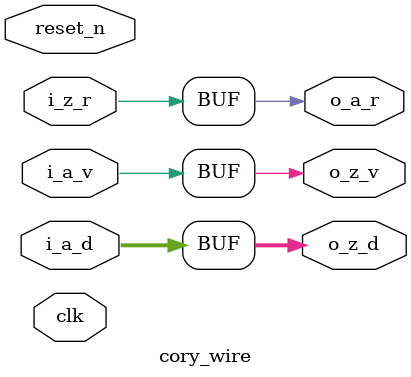
<source format=v>
`ifndef CORY_WIRE
    `define CORY_WIRE

module cory_wire # (
    parameter   N   = 8
) (
    input           clk,

    input           i_a_v,
    input   [N-1:0] i_a_d,
    output          o_a_r,

    output          o_z_v,
    output  [N-1:0] o_z_d,
    input           i_z_r,

    input           reset_n

);

//------------------------------------------------------------------------------

assign  o_z_v   = i_a_v;
assign  o_z_d   = i_a_d;
assign  o_a_r   = i_z_r;

endmodule


`endif

</source>
